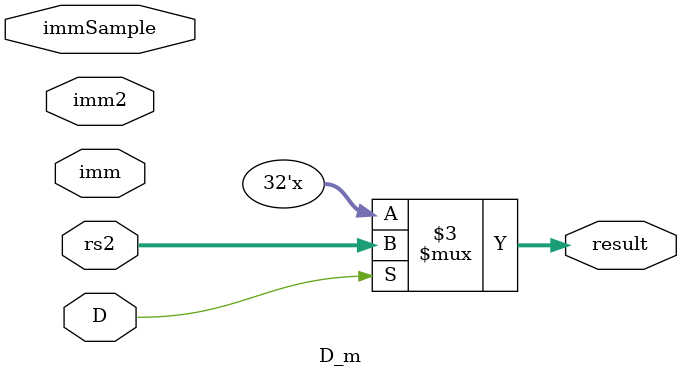
<source format=sv>
module D_m (
    output logic [31:0] result,
    input [31:0] rs2,
    input [19:0] imm,
    input [4:0] imm2,
    input [1:0] immSample,
    input D
);


  always_comb begin
    if (D) result = rs2;
    else
      case (immSample)

        // immop

        // shamt

        // branch

        // load

        // store


        default: begin
        end
      endcase
  end

endmodule

</source>
